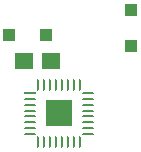
<source format=gtp>
G04*
G04 #@! TF.GenerationSoftware,Altium Limited,Altium Designer,22.6.1 (34)*
G04*
G04 Layer_Color=8421504*
%FSLAX44Y44*%
%MOMM*%
G71*
G04*
G04 #@! TF.SameCoordinates,45B2D7D6-BFBB-4C38-AB1A-0C575AC83147*
G04*
G04*
G04 #@! TF.FilePolarity,Positive*
G04*
G01*
G75*
%ADD14R,2.2452X2.2452*%
G04:AMPARAMS|DCode=15|XSize=0.2425mm|YSize=1.0096mm|CornerRadius=0.1212mm|HoleSize=0mm|Usage=FLASHONLY|Rotation=0.000|XOffset=0mm|YOffset=0mm|HoleType=Round|Shape=RoundedRectangle|*
%AMROUNDEDRECTD15*
21,1,0.2425,0.7672,0,0,0.0*
21,1,0.0000,1.0096,0,0,0.0*
1,1,0.2425,0.0000,-0.3836*
1,1,0.2425,0.0000,-0.3836*
1,1,0.2425,0.0000,0.3836*
1,1,0.2425,0.0000,0.3836*
%
%ADD15ROUNDEDRECTD15*%
G04:AMPARAMS|DCode=16|XSize=1.0096mm|YSize=0.2425mm|CornerRadius=0.1212mm|HoleSize=0mm|Usage=FLASHONLY|Rotation=0.000|XOffset=0mm|YOffset=0mm|HoleType=Round|Shape=RoundedRectangle|*
%AMROUNDEDRECTD16*
21,1,1.0096,0.0000,0,0,0.0*
21,1,0.7672,0.2425,0,0,0.0*
1,1,0.2425,0.3836,0.0000*
1,1,0.2425,-0.3836,0.0000*
1,1,0.2425,-0.3836,0.0000*
1,1,0.2425,0.3836,0.0000*
%
%ADD16ROUNDEDRECTD16*%
%ADD17R,1.0096X0.2425*%
%ADD18R,1.1000X1.0000*%
%ADD19R,1.0000X1.1000*%
%ADD20R,1.5240X1.4224*%
D14*
X904240Y722630D02*
D03*
D15*
X886740Y747142D02*
D03*
X891740D02*
D03*
X896740D02*
D03*
X901740D02*
D03*
X906740D02*
D03*
X911740D02*
D03*
X916740D02*
D03*
X921740D02*
D03*
Y698118D02*
D03*
X916740D02*
D03*
X911740D02*
D03*
X906740D02*
D03*
X901740D02*
D03*
X896740D02*
D03*
X891740D02*
D03*
X886740D02*
D03*
D16*
X928753Y740130D02*
D03*
Y735130D02*
D03*
Y730130D02*
D03*
Y725130D02*
D03*
Y720130D02*
D03*
Y715130D02*
D03*
Y710130D02*
D03*
Y705130D02*
D03*
X879727D02*
D03*
Y710130D02*
D03*
Y715130D02*
D03*
Y720130D02*
D03*
Y725130D02*
D03*
Y730130D02*
D03*
Y735130D02*
D03*
D17*
Y740130D02*
D03*
D18*
X965200Y810520D02*
D03*
Y779520D02*
D03*
D19*
X893070Y788670D02*
D03*
X862070D02*
D03*
D20*
X874570Y767000D02*
D03*
X897430D02*
D03*
M02*

</source>
